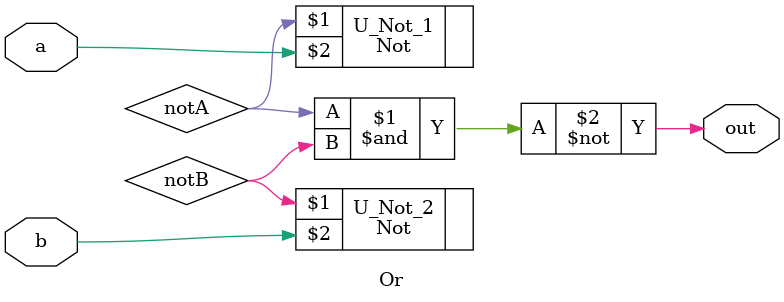
<source format=v>
`ifndef OR_V
`define OR_V

`include "Not.v"

module Or (out, a, b);

    input a;
    input b;
    output out;

    wire notA;
    wire notB;

    Not U_Not_1(notA, a);
    Not U_Not_2(notB, b);
    nand(out, notA, notB);

endmodule

`endif
</source>
